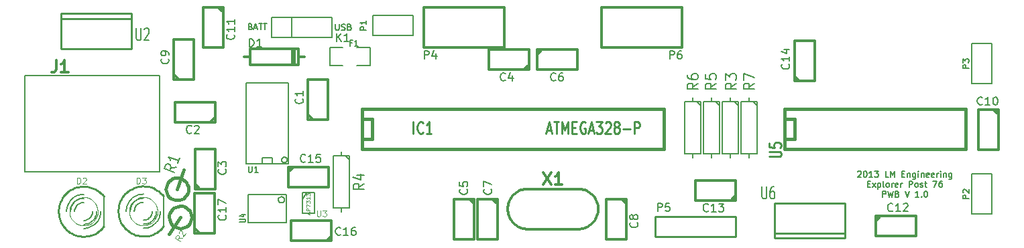
<source format=gto>
G04 (created by PCBNEW-RS274X (2012-01-19 BZR 3256)-stable) date 11/11/2013 9:04:22 PM*
G01*
G70*
G90*
%MOIN*%
G04 Gerber Fmt 3.4, Leading zero omitted, Abs format*
%FSLAX34Y34*%
G04 APERTURE LIST*
%ADD10C,0.006000*%
%ADD11C,0.007500*%
%ADD12C,0.008000*%
%ADD13C,0.005000*%
%ADD14C,0.003000*%
%ADD15C,0.010000*%
%ADD16C,0.012500*%
%ADD17C,0.015000*%
%ADD18C,0.012000*%
%ADD19C,0.006300*%
%ADD20C,0.003500*%
%ADD21C,0.011300*%
%ADD22C,0.002000*%
G04 APERTURE END LIST*
G54D10*
G54D11*
X46164Y-36154D02*
X46207Y-36169D01*
X46222Y-36183D01*
X46236Y-36211D01*
X46236Y-36254D01*
X46222Y-36283D01*
X46207Y-36297D01*
X46179Y-36311D01*
X46064Y-36311D01*
X46064Y-36011D01*
X46164Y-36011D01*
X46193Y-36026D01*
X46207Y-36040D01*
X46222Y-36069D01*
X46222Y-36097D01*
X46207Y-36126D01*
X46193Y-36140D01*
X46164Y-36154D01*
X46064Y-36154D01*
X46350Y-36226D02*
X46493Y-36226D01*
X46322Y-36311D02*
X46422Y-36011D01*
X46522Y-36311D01*
X46579Y-36011D02*
X46750Y-36011D01*
X46664Y-36311D02*
X46664Y-36011D01*
X46808Y-36011D02*
X46979Y-36011D01*
X46893Y-36311D02*
X46893Y-36011D01*
X50391Y-36031D02*
X50391Y-36274D01*
X50406Y-36303D01*
X50420Y-36317D01*
X50449Y-36331D01*
X50506Y-36331D01*
X50534Y-36317D01*
X50549Y-36303D01*
X50563Y-36274D01*
X50563Y-36031D01*
X50691Y-36317D02*
X50734Y-36331D01*
X50805Y-36331D01*
X50834Y-36317D01*
X50848Y-36303D01*
X50863Y-36274D01*
X50863Y-36246D01*
X50848Y-36217D01*
X50834Y-36203D01*
X50805Y-36189D01*
X50748Y-36174D01*
X50720Y-36160D01*
X50705Y-36146D01*
X50691Y-36117D01*
X50691Y-36089D01*
X50705Y-36060D01*
X50720Y-36046D01*
X50748Y-36031D01*
X50820Y-36031D01*
X50863Y-36046D01*
X51091Y-36174D02*
X51134Y-36189D01*
X51149Y-36203D01*
X51163Y-36231D01*
X51163Y-36274D01*
X51149Y-36303D01*
X51134Y-36317D01*
X51106Y-36331D01*
X50991Y-36331D01*
X50991Y-36031D01*
X51091Y-36031D01*
X51120Y-36046D01*
X51134Y-36060D01*
X51149Y-36089D01*
X51149Y-36117D01*
X51134Y-36146D01*
X51120Y-36160D01*
X51091Y-36174D01*
X50991Y-36174D01*
X76347Y-43390D02*
X76361Y-43376D01*
X76390Y-43361D01*
X76461Y-43361D01*
X76490Y-43376D01*
X76504Y-43390D01*
X76519Y-43419D01*
X76519Y-43447D01*
X76504Y-43490D01*
X76333Y-43661D01*
X76519Y-43661D01*
X76705Y-43361D02*
X76733Y-43361D01*
X76762Y-43376D01*
X76776Y-43390D01*
X76790Y-43419D01*
X76805Y-43476D01*
X76805Y-43547D01*
X76790Y-43604D01*
X76776Y-43633D01*
X76762Y-43647D01*
X76733Y-43661D01*
X76705Y-43661D01*
X76676Y-43647D01*
X76662Y-43633D01*
X76647Y-43604D01*
X76633Y-43547D01*
X76633Y-43476D01*
X76647Y-43419D01*
X76662Y-43390D01*
X76676Y-43376D01*
X76705Y-43361D01*
X77091Y-43661D02*
X76919Y-43661D01*
X77005Y-43661D02*
X77005Y-43361D01*
X76976Y-43404D01*
X76948Y-43433D01*
X76919Y-43447D01*
X77191Y-43361D02*
X77377Y-43361D01*
X77277Y-43476D01*
X77319Y-43476D01*
X77348Y-43490D01*
X77362Y-43504D01*
X77377Y-43533D01*
X77377Y-43604D01*
X77362Y-43633D01*
X77348Y-43647D01*
X77319Y-43661D01*
X77234Y-43661D01*
X77205Y-43647D01*
X77191Y-43633D01*
X77877Y-43661D02*
X77734Y-43661D01*
X77734Y-43361D01*
X77977Y-43661D02*
X77977Y-43361D01*
X78077Y-43576D01*
X78177Y-43361D01*
X78177Y-43661D01*
X78549Y-43504D02*
X78649Y-43504D01*
X78692Y-43661D02*
X78549Y-43661D01*
X78549Y-43361D01*
X78692Y-43361D01*
X78820Y-43461D02*
X78820Y-43661D01*
X78820Y-43490D02*
X78835Y-43476D01*
X78863Y-43461D01*
X78906Y-43461D01*
X78935Y-43476D01*
X78949Y-43504D01*
X78949Y-43661D01*
X79220Y-43461D02*
X79220Y-43704D01*
X79206Y-43733D01*
X79191Y-43747D01*
X79163Y-43761D01*
X79120Y-43761D01*
X79091Y-43747D01*
X79220Y-43647D02*
X79191Y-43661D01*
X79134Y-43661D01*
X79106Y-43647D01*
X79091Y-43633D01*
X79077Y-43604D01*
X79077Y-43519D01*
X79091Y-43490D01*
X79106Y-43476D01*
X79134Y-43461D01*
X79191Y-43461D01*
X79220Y-43476D01*
X79362Y-43661D02*
X79362Y-43461D01*
X79362Y-43361D02*
X79348Y-43376D01*
X79362Y-43390D01*
X79377Y-43376D01*
X79362Y-43361D01*
X79362Y-43390D01*
X79505Y-43461D02*
X79505Y-43661D01*
X79505Y-43490D02*
X79520Y-43476D01*
X79548Y-43461D01*
X79591Y-43461D01*
X79620Y-43476D01*
X79634Y-43504D01*
X79634Y-43661D01*
X79891Y-43647D02*
X79862Y-43661D01*
X79805Y-43661D01*
X79776Y-43647D01*
X79762Y-43619D01*
X79762Y-43504D01*
X79776Y-43476D01*
X79805Y-43461D01*
X79862Y-43461D01*
X79891Y-43476D01*
X79905Y-43504D01*
X79905Y-43533D01*
X79762Y-43561D01*
X80148Y-43647D02*
X80119Y-43661D01*
X80062Y-43661D01*
X80033Y-43647D01*
X80019Y-43619D01*
X80019Y-43504D01*
X80033Y-43476D01*
X80062Y-43461D01*
X80119Y-43461D01*
X80148Y-43476D01*
X80162Y-43504D01*
X80162Y-43533D01*
X80019Y-43561D01*
X80290Y-43661D02*
X80290Y-43461D01*
X80290Y-43519D02*
X80305Y-43490D01*
X80319Y-43476D01*
X80348Y-43461D01*
X80376Y-43461D01*
X80476Y-43661D02*
X80476Y-43461D01*
X80476Y-43361D02*
X80462Y-43376D01*
X80476Y-43390D01*
X80491Y-43376D01*
X80476Y-43361D01*
X80476Y-43390D01*
X80619Y-43461D02*
X80619Y-43661D01*
X80619Y-43490D02*
X80634Y-43476D01*
X80662Y-43461D01*
X80705Y-43461D01*
X80734Y-43476D01*
X80748Y-43504D01*
X80748Y-43661D01*
X81019Y-43461D02*
X81019Y-43704D01*
X81005Y-43733D01*
X80990Y-43747D01*
X80962Y-43761D01*
X80919Y-43761D01*
X80890Y-43747D01*
X81019Y-43647D02*
X80990Y-43661D01*
X80933Y-43661D01*
X80905Y-43647D01*
X80890Y-43633D01*
X80876Y-43604D01*
X80876Y-43519D01*
X80890Y-43490D01*
X80905Y-43476D01*
X80933Y-43461D01*
X80990Y-43461D01*
X81019Y-43476D01*
X76833Y-43999D02*
X76933Y-43999D01*
X76976Y-44156D02*
X76833Y-44156D01*
X76833Y-43856D01*
X76976Y-43856D01*
X77076Y-44156D02*
X77233Y-43956D01*
X77076Y-43956D02*
X77233Y-44156D01*
X77347Y-43956D02*
X77347Y-44256D01*
X77347Y-43971D02*
X77376Y-43956D01*
X77433Y-43956D01*
X77462Y-43971D01*
X77476Y-43985D01*
X77490Y-44014D01*
X77490Y-44099D01*
X77476Y-44128D01*
X77462Y-44142D01*
X77433Y-44156D01*
X77376Y-44156D01*
X77347Y-44142D01*
X77661Y-44156D02*
X77633Y-44142D01*
X77618Y-44114D01*
X77618Y-43856D01*
X77818Y-44156D02*
X77790Y-44142D01*
X77775Y-44128D01*
X77761Y-44099D01*
X77761Y-44014D01*
X77775Y-43985D01*
X77790Y-43971D01*
X77818Y-43956D01*
X77861Y-43956D01*
X77890Y-43971D01*
X77904Y-43985D01*
X77918Y-44014D01*
X77918Y-44099D01*
X77904Y-44128D01*
X77890Y-44142D01*
X77861Y-44156D01*
X77818Y-44156D01*
X78046Y-44156D02*
X78046Y-43956D01*
X78046Y-44014D02*
X78061Y-43985D01*
X78075Y-43971D01*
X78104Y-43956D01*
X78132Y-43956D01*
X78347Y-44142D02*
X78318Y-44156D01*
X78261Y-44156D01*
X78232Y-44142D01*
X78218Y-44114D01*
X78218Y-43999D01*
X78232Y-43971D01*
X78261Y-43956D01*
X78318Y-43956D01*
X78347Y-43971D01*
X78361Y-43999D01*
X78361Y-44028D01*
X78218Y-44056D01*
X78489Y-44156D02*
X78489Y-43956D01*
X78489Y-44014D02*
X78504Y-43985D01*
X78518Y-43971D01*
X78547Y-43956D01*
X78575Y-43956D01*
X78904Y-44156D02*
X78904Y-43856D01*
X79019Y-43856D01*
X79047Y-43871D01*
X79062Y-43885D01*
X79076Y-43914D01*
X79076Y-43956D01*
X79062Y-43985D01*
X79047Y-43999D01*
X79019Y-44014D01*
X78904Y-44014D01*
X79247Y-44156D02*
X79219Y-44142D01*
X79204Y-44128D01*
X79190Y-44099D01*
X79190Y-44014D01*
X79204Y-43985D01*
X79219Y-43971D01*
X79247Y-43956D01*
X79290Y-43956D01*
X79319Y-43971D01*
X79333Y-43985D01*
X79347Y-44014D01*
X79347Y-44099D01*
X79333Y-44128D01*
X79319Y-44142D01*
X79290Y-44156D01*
X79247Y-44156D01*
X79461Y-44142D02*
X79490Y-44156D01*
X79547Y-44156D01*
X79575Y-44142D01*
X79590Y-44114D01*
X79590Y-44099D01*
X79575Y-44071D01*
X79547Y-44056D01*
X79504Y-44056D01*
X79475Y-44042D01*
X79461Y-44014D01*
X79461Y-43999D01*
X79475Y-43971D01*
X79504Y-43956D01*
X79547Y-43956D01*
X79575Y-43971D01*
X79676Y-43956D02*
X79790Y-43956D01*
X79718Y-43856D02*
X79718Y-44114D01*
X79733Y-44142D01*
X79761Y-44156D01*
X79790Y-44156D01*
X80090Y-43856D02*
X80290Y-43856D01*
X80161Y-44156D01*
X80533Y-43856D02*
X80476Y-43856D01*
X80447Y-43871D01*
X80433Y-43885D01*
X80404Y-43928D01*
X80390Y-43985D01*
X80390Y-44099D01*
X80404Y-44128D01*
X80419Y-44142D01*
X80447Y-44156D01*
X80504Y-44156D01*
X80533Y-44142D01*
X80547Y-44128D01*
X80562Y-44099D01*
X80562Y-44028D01*
X80547Y-43999D01*
X80533Y-43985D01*
X80504Y-43971D01*
X80447Y-43971D01*
X80419Y-43985D01*
X80404Y-43999D01*
X80390Y-44028D01*
X77575Y-44651D02*
X77575Y-44351D01*
X77690Y-44351D01*
X77718Y-44366D01*
X77733Y-44380D01*
X77747Y-44409D01*
X77747Y-44451D01*
X77733Y-44480D01*
X77718Y-44494D01*
X77690Y-44509D01*
X77575Y-44509D01*
X77847Y-44351D02*
X77918Y-44651D01*
X77975Y-44437D01*
X78033Y-44651D01*
X78104Y-44351D01*
X78318Y-44494D02*
X78361Y-44509D01*
X78376Y-44523D01*
X78390Y-44551D01*
X78390Y-44594D01*
X78376Y-44623D01*
X78361Y-44637D01*
X78333Y-44651D01*
X78218Y-44651D01*
X78218Y-44351D01*
X78318Y-44351D01*
X78347Y-44366D01*
X78361Y-44380D01*
X78376Y-44409D01*
X78376Y-44437D01*
X78361Y-44466D01*
X78347Y-44480D01*
X78318Y-44494D01*
X78218Y-44494D01*
X78705Y-44351D02*
X78805Y-44651D01*
X78905Y-44351D01*
X79391Y-44651D02*
X79219Y-44651D01*
X79305Y-44651D02*
X79305Y-44351D01*
X79276Y-44394D01*
X79248Y-44423D01*
X79219Y-44437D01*
X79519Y-44623D02*
X79534Y-44637D01*
X79519Y-44651D01*
X79505Y-44637D01*
X79519Y-44623D01*
X79519Y-44651D01*
X79720Y-44351D02*
X79748Y-44351D01*
X79777Y-44366D01*
X79791Y-44380D01*
X79805Y-44409D01*
X79820Y-44466D01*
X79820Y-44537D01*
X79805Y-44594D01*
X79791Y-44623D01*
X79777Y-44637D01*
X79748Y-44651D01*
X79720Y-44651D01*
X79691Y-44637D01*
X79677Y-44623D01*
X79662Y-44594D01*
X79648Y-44537D01*
X79648Y-44466D01*
X79662Y-44409D01*
X79677Y-44380D01*
X79691Y-44366D01*
X79720Y-44351D01*
G54D12*
X47950Y-45940D02*
X46050Y-45940D01*
X46050Y-45940D02*
X46050Y-44540D01*
X46050Y-44540D02*
X47950Y-44540D01*
X47950Y-44540D02*
X47950Y-45940D01*
X47850Y-44790D02*
X47847Y-44819D01*
X47838Y-44847D01*
X47824Y-44873D01*
X47806Y-44895D01*
X47783Y-44914D01*
X47758Y-44928D01*
X47730Y-44936D01*
X47701Y-44939D01*
X47672Y-44937D01*
X47644Y-44929D01*
X47618Y-44915D01*
X47596Y-44897D01*
X47577Y-44874D01*
X47563Y-44849D01*
X47554Y-44821D01*
X47551Y-44792D01*
X47553Y-44763D01*
X47561Y-44735D01*
X47574Y-44709D01*
X47593Y-44686D01*
X47615Y-44667D01*
X47640Y-44653D01*
X47668Y-44644D01*
X47697Y-44641D01*
X47726Y-44643D01*
X47754Y-44651D01*
X47780Y-44664D01*
X47803Y-44682D01*
X47822Y-44704D01*
X47837Y-44729D01*
X47846Y-44757D01*
X47849Y-44786D01*
X47850Y-44790D01*
G54D13*
X47991Y-42800D02*
X47988Y-42827D01*
X47980Y-42853D01*
X47967Y-42878D01*
X47950Y-42899D01*
X47928Y-42916D01*
X47904Y-42929D01*
X47878Y-42938D01*
X47850Y-42940D01*
X47824Y-42938D01*
X47798Y-42930D01*
X47773Y-42917D01*
X47752Y-42900D01*
X47734Y-42879D01*
X47721Y-42855D01*
X47713Y-42829D01*
X47710Y-42801D01*
X47712Y-42775D01*
X47719Y-42749D01*
X47732Y-42724D01*
X47749Y-42703D01*
X47770Y-42685D01*
X47794Y-42671D01*
X47820Y-42663D01*
X47848Y-42660D01*
X47874Y-42662D01*
X47900Y-42669D01*
X47925Y-42681D01*
X47947Y-42698D01*
X47965Y-42719D01*
X47978Y-42743D01*
X47987Y-42769D01*
X47990Y-42797D01*
X47991Y-42800D01*
X46750Y-43000D02*
X46750Y-42700D01*
X46750Y-42700D02*
X47250Y-42700D01*
X47250Y-42700D02*
X47250Y-43000D01*
X48050Y-38950D02*
X48050Y-43000D01*
X45950Y-43000D02*
X45950Y-38950D01*
X45950Y-43000D02*
X48050Y-43000D01*
X45950Y-38950D02*
X48050Y-38950D01*
X48750Y-44760D02*
X48950Y-44460D01*
X48750Y-45460D02*
X48750Y-44435D01*
X48750Y-44435D02*
X49350Y-44435D01*
X49350Y-44435D02*
X49350Y-45460D01*
X49350Y-45460D02*
X48750Y-45460D01*
X50100Y-37210D02*
X50100Y-38110D01*
X50100Y-38110D02*
X50750Y-38110D01*
X51450Y-37210D02*
X52100Y-37210D01*
X52100Y-37210D02*
X52100Y-38110D01*
X52100Y-38110D02*
X51450Y-38110D01*
X50750Y-37210D02*
X50100Y-37210D01*
G54D12*
X70000Y-39710D02*
X70000Y-39910D01*
X70000Y-42710D02*
X70000Y-42510D01*
X70000Y-42510D02*
X70400Y-42510D01*
X70400Y-42510D02*
X70400Y-39910D01*
X70400Y-39910D02*
X69600Y-39910D01*
X69600Y-39910D02*
X69600Y-42510D01*
X69600Y-42510D02*
X70000Y-42510D01*
X70200Y-39910D02*
X70400Y-40110D01*
X50690Y-42400D02*
X50690Y-42600D01*
X50690Y-45400D02*
X50690Y-45200D01*
X50690Y-45200D02*
X51090Y-45200D01*
X51090Y-45200D02*
X51090Y-42600D01*
X51090Y-42600D02*
X50290Y-42600D01*
X50290Y-42600D02*
X50290Y-45200D01*
X50290Y-45200D02*
X50690Y-45200D01*
X50890Y-42600D02*
X51090Y-42800D01*
X69070Y-39710D02*
X69070Y-39910D01*
X69070Y-42710D02*
X69070Y-42510D01*
X69070Y-42510D02*
X69470Y-42510D01*
X69470Y-42510D02*
X69470Y-39910D01*
X69470Y-39910D02*
X68670Y-39910D01*
X68670Y-39910D02*
X68670Y-42510D01*
X68670Y-42510D02*
X69070Y-42510D01*
X69270Y-39910D02*
X69470Y-40110D01*
X68140Y-39710D02*
X68140Y-39910D01*
X68140Y-42710D02*
X68140Y-42510D01*
X68140Y-42510D02*
X68540Y-42510D01*
X68540Y-42510D02*
X68540Y-39910D01*
X68540Y-39910D02*
X67740Y-39910D01*
X67740Y-39910D02*
X67740Y-42510D01*
X67740Y-42510D02*
X68140Y-42510D01*
X68340Y-39910D02*
X68540Y-40110D01*
X70950Y-39710D02*
X70950Y-39910D01*
X70950Y-42710D02*
X70950Y-42510D01*
X70950Y-42510D02*
X71350Y-42510D01*
X71350Y-42510D02*
X71350Y-39910D01*
X71350Y-39910D02*
X70550Y-39910D01*
X70550Y-39910D02*
X70550Y-42510D01*
X70550Y-42510D02*
X70950Y-42510D01*
X71150Y-39910D02*
X71350Y-40110D01*
G54D10*
X47220Y-36700D02*
X47220Y-35700D01*
X47220Y-35700D02*
X50220Y-35700D01*
X50220Y-35700D02*
X50220Y-36700D01*
X50220Y-36700D02*
X47220Y-36700D01*
X48220Y-35700D02*
X48220Y-36700D01*
X83000Y-39000D02*
X82000Y-39000D01*
X82000Y-39000D02*
X82000Y-37000D01*
X82000Y-37000D02*
X83000Y-37000D01*
X83000Y-37000D02*
X83000Y-39000D01*
X83000Y-45500D02*
X82000Y-45500D01*
X82000Y-45500D02*
X82000Y-43500D01*
X82000Y-43500D02*
X83000Y-43500D01*
X83000Y-43500D02*
X83000Y-45500D01*
X52230Y-36580D02*
X52230Y-35580D01*
X52230Y-35580D02*
X54230Y-35580D01*
X54230Y-35580D02*
X54230Y-36580D01*
X54230Y-36580D02*
X52230Y-36580D01*
G54D12*
X41860Y-46110D02*
X41860Y-44610D01*
G54D14*
X41547Y-45360D02*
X41533Y-45497D01*
X41493Y-45629D01*
X41428Y-45751D01*
X41341Y-45858D01*
X41235Y-45946D01*
X41113Y-46011D01*
X40982Y-46052D01*
X40844Y-46066D01*
X40708Y-46054D01*
X40576Y-46015D01*
X40453Y-45951D01*
X40346Y-45865D01*
X40257Y-45759D01*
X40191Y-45638D01*
X40149Y-45506D01*
X40134Y-45369D01*
X40145Y-45233D01*
X40183Y-45100D01*
X40246Y-44978D01*
X40332Y-44869D01*
X40437Y-44780D01*
X40557Y-44713D01*
X40689Y-44670D01*
X40826Y-44654D01*
X40962Y-44664D01*
X41095Y-44701D01*
X41218Y-44764D01*
X41327Y-44849D01*
X41417Y-44953D01*
X41485Y-45073D01*
X41529Y-45204D01*
X41546Y-45341D01*
X41547Y-45360D01*
G54D15*
X41839Y-44610D02*
X41770Y-44526D01*
X41694Y-44448D01*
X41611Y-44377D01*
X41522Y-44313D01*
X41428Y-44258D01*
X41330Y-44211D01*
X41228Y-44172D01*
X41123Y-44143D01*
X41016Y-44123D01*
X40907Y-44112D01*
X40799Y-44111D01*
X40690Y-44120D01*
X40583Y-44137D01*
X40477Y-44164D01*
X40374Y-44201D01*
X40275Y-44246D01*
X40180Y-44299D01*
X40090Y-44361D01*
X40006Y-44430D01*
X39928Y-44506D01*
X39857Y-44589D01*
X39793Y-44678D01*
X39738Y-44772D01*
X39691Y-44870D01*
X39652Y-44972D01*
X39623Y-45077D01*
X39603Y-45184D01*
X39592Y-45293D01*
X39591Y-45401D01*
X39600Y-45510D01*
X39617Y-45617D01*
X39644Y-45723D01*
X39681Y-45826D01*
X39726Y-45925D01*
X39779Y-46020D01*
X39841Y-46110D01*
X39910Y-46194D01*
X39986Y-46272D01*
X40069Y-46343D01*
X40158Y-46407D01*
X40252Y-46462D01*
X40350Y-46509D01*
X40452Y-46548D01*
X40557Y-46577D01*
X40664Y-46597D01*
X40773Y-46608D01*
X40881Y-46609D01*
X40990Y-46600D01*
X41097Y-46583D01*
X41203Y-46556D01*
X41306Y-46519D01*
X41405Y-46474D01*
X41500Y-46421D01*
X41590Y-46359D01*
X41674Y-46290D01*
X41752Y-46214D01*
X41823Y-46131D01*
X41839Y-46110D01*
G54D10*
X40840Y-44910D02*
X40801Y-44912D01*
X40762Y-44917D01*
X40724Y-44926D01*
X40687Y-44938D01*
X40650Y-44953D01*
X40616Y-44971D01*
X40582Y-44992D01*
X40551Y-45016D01*
X40522Y-45042D01*
X40496Y-45071D01*
X40472Y-45102D01*
X40451Y-45136D01*
X40433Y-45170D01*
X40418Y-45207D01*
X40406Y-45244D01*
X40397Y-45282D01*
X40392Y-45321D01*
X40390Y-45360D01*
X40840Y-45810D02*
X40879Y-45808D01*
X40918Y-45803D01*
X40956Y-45794D01*
X40993Y-45782D01*
X41030Y-45767D01*
X41065Y-45749D01*
X41098Y-45728D01*
X41129Y-45704D01*
X41158Y-45678D01*
X41184Y-45649D01*
X41208Y-45618D01*
X41229Y-45584D01*
X41247Y-45550D01*
X41262Y-45513D01*
X41274Y-45476D01*
X41283Y-45438D01*
X41288Y-45399D01*
X41290Y-45360D01*
X40840Y-44710D02*
X40784Y-44713D01*
X40728Y-44720D01*
X40672Y-44733D01*
X40618Y-44750D01*
X40566Y-44771D01*
X40516Y-44798D01*
X40468Y-44828D01*
X40423Y-44863D01*
X40381Y-44901D01*
X40343Y-44943D01*
X40308Y-44988D01*
X40278Y-45036D01*
X40251Y-45086D01*
X40230Y-45138D01*
X40213Y-45192D01*
X40200Y-45248D01*
X40193Y-45304D01*
X40190Y-45360D01*
X40840Y-46010D02*
X40896Y-46007D01*
X40952Y-46000D01*
X41008Y-45987D01*
X41062Y-45970D01*
X41114Y-45949D01*
X41165Y-45922D01*
X41212Y-45892D01*
X41257Y-45857D01*
X41299Y-45819D01*
X41337Y-45777D01*
X41372Y-45732D01*
X41402Y-45684D01*
X41429Y-45634D01*
X41450Y-45582D01*
X41467Y-45528D01*
X41480Y-45472D01*
X41487Y-45416D01*
X41490Y-45360D01*
X40840Y-44510D02*
X40766Y-44514D01*
X40693Y-44523D01*
X40621Y-44539D01*
X40550Y-44562D01*
X40481Y-44590D01*
X40416Y-44624D01*
X40353Y-44664D01*
X40294Y-44709D01*
X40239Y-44759D01*
X40189Y-44814D01*
X40144Y-44873D01*
X40104Y-44936D01*
X40070Y-45001D01*
X40042Y-45070D01*
X40019Y-45141D01*
X40003Y-45213D01*
X39994Y-45286D01*
X39990Y-45360D01*
X40840Y-46210D02*
X40914Y-46206D01*
X40987Y-46197D01*
X41059Y-46181D01*
X41130Y-46158D01*
X41199Y-46130D01*
X41265Y-46096D01*
X41327Y-46056D01*
X41386Y-46011D01*
X41441Y-45961D01*
X41491Y-45906D01*
X41536Y-45847D01*
X41576Y-45784D01*
X41610Y-45719D01*
X41638Y-45650D01*
X41661Y-45579D01*
X41677Y-45507D01*
X41686Y-45434D01*
X41690Y-45360D01*
G54D12*
X38890Y-46120D02*
X38890Y-44620D01*
G54D14*
X38577Y-45370D02*
X38563Y-45507D01*
X38523Y-45639D01*
X38458Y-45761D01*
X38371Y-45868D01*
X38265Y-45956D01*
X38143Y-46021D01*
X38012Y-46062D01*
X37874Y-46076D01*
X37738Y-46064D01*
X37606Y-46025D01*
X37483Y-45961D01*
X37376Y-45875D01*
X37287Y-45769D01*
X37221Y-45648D01*
X37179Y-45516D01*
X37164Y-45379D01*
X37175Y-45243D01*
X37213Y-45110D01*
X37276Y-44988D01*
X37362Y-44879D01*
X37467Y-44790D01*
X37587Y-44723D01*
X37719Y-44680D01*
X37856Y-44664D01*
X37992Y-44674D01*
X38125Y-44711D01*
X38248Y-44774D01*
X38357Y-44859D01*
X38447Y-44963D01*
X38515Y-45083D01*
X38559Y-45214D01*
X38576Y-45351D01*
X38577Y-45370D01*
G54D15*
X38869Y-44620D02*
X38800Y-44536D01*
X38724Y-44458D01*
X38641Y-44387D01*
X38552Y-44323D01*
X38458Y-44268D01*
X38360Y-44221D01*
X38258Y-44182D01*
X38153Y-44153D01*
X38046Y-44133D01*
X37937Y-44122D01*
X37829Y-44121D01*
X37720Y-44130D01*
X37613Y-44147D01*
X37507Y-44174D01*
X37404Y-44211D01*
X37305Y-44256D01*
X37210Y-44309D01*
X37120Y-44371D01*
X37036Y-44440D01*
X36958Y-44516D01*
X36887Y-44599D01*
X36823Y-44688D01*
X36768Y-44782D01*
X36721Y-44880D01*
X36682Y-44982D01*
X36653Y-45087D01*
X36633Y-45194D01*
X36622Y-45303D01*
X36621Y-45411D01*
X36630Y-45520D01*
X36647Y-45627D01*
X36674Y-45733D01*
X36711Y-45836D01*
X36756Y-45935D01*
X36809Y-46030D01*
X36871Y-46120D01*
X36940Y-46204D01*
X37016Y-46282D01*
X37099Y-46353D01*
X37188Y-46417D01*
X37282Y-46472D01*
X37380Y-46519D01*
X37482Y-46558D01*
X37587Y-46587D01*
X37694Y-46607D01*
X37803Y-46618D01*
X37911Y-46619D01*
X38020Y-46610D01*
X38127Y-46593D01*
X38233Y-46566D01*
X38336Y-46529D01*
X38435Y-46484D01*
X38530Y-46431D01*
X38620Y-46369D01*
X38704Y-46300D01*
X38782Y-46224D01*
X38853Y-46141D01*
X38869Y-46120D01*
G54D10*
X37870Y-44920D02*
X37831Y-44922D01*
X37792Y-44927D01*
X37754Y-44936D01*
X37717Y-44948D01*
X37680Y-44963D01*
X37646Y-44981D01*
X37612Y-45002D01*
X37581Y-45026D01*
X37552Y-45052D01*
X37526Y-45081D01*
X37502Y-45112D01*
X37481Y-45146D01*
X37463Y-45180D01*
X37448Y-45217D01*
X37436Y-45254D01*
X37427Y-45292D01*
X37422Y-45331D01*
X37420Y-45370D01*
X37870Y-45820D02*
X37909Y-45818D01*
X37948Y-45813D01*
X37986Y-45804D01*
X38023Y-45792D01*
X38060Y-45777D01*
X38095Y-45759D01*
X38128Y-45738D01*
X38159Y-45714D01*
X38188Y-45688D01*
X38214Y-45659D01*
X38238Y-45628D01*
X38259Y-45594D01*
X38277Y-45560D01*
X38292Y-45523D01*
X38304Y-45486D01*
X38313Y-45448D01*
X38318Y-45409D01*
X38320Y-45370D01*
X37870Y-44720D02*
X37814Y-44723D01*
X37758Y-44730D01*
X37702Y-44743D01*
X37648Y-44760D01*
X37596Y-44781D01*
X37546Y-44808D01*
X37498Y-44838D01*
X37453Y-44873D01*
X37411Y-44911D01*
X37373Y-44953D01*
X37338Y-44998D01*
X37308Y-45046D01*
X37281Y-45096D01*
X37260Y-45148D01*
X37243Y-45202D01*
X37230Y-45258D01*
X37223Y-45314D01*
X37220Y-45370D01*
X37870Y-46020D02*
X37926Y-46017D01*
X37982Y-46010D01*
X38038Y-45997D01*
X38092Y-45980D01*
X38144Y-45959D01*
X38195Y-45932D01*
X38242Y-45902D01*
X38287Y-45867D01*
X38329Y-45829D01*
X38367Y-45787D01*
X38402Y-45742D01*
X38432Y-45694D01*
X38459Y-45644D01*
X38480Y-45592D01*
X38497Y-45538D01*
X38510Y-45482D01*
X38517Y-45426D01*
X38520Y-45370D01*
X37870Y-44520D02*
X37796Y-44524D01*
X37723Y-44533D01*
X37651Y-44549D01*
X37580Y-44572D01*
X37511Y-44600D01*
X37446Y-44634D01*
X37383Y-44674D01*
X37324Y-44719D01*
X37269Y-44769D01*
X37219Y-44824D01*
X37174Y-44883D01*
X37134Y-44946D01*
X37100Y-45011D01*
X37072Y-45080D01*
X37049Y-45151D01*
X37033Y-45223D01*
X37024Y-45296D01*
X37020Y-45370D01*
X37870Y-46220D02*
X37944Y-46216D01*
X38017Y-46207D01*
X38089Y-46191D01*
X38160Y-46168D01*
X38229Y-46140D01*
X38295Y-46106D01*
X38357Y-46066D01*
X38416Y-46021D01*
X38471Y-45971D01*
X38521Y-45916D01*
X38566Y-45857D01*
X38606Y-45794D01*
X38640Y-45729D01*
X38668Y-45660D01*
X38691Y-45589D01*
X38707Y-45517D01*
X38716Y-45444D01*
X38720Y-45370D01*
G54D16*
X62450Y-44250D02*
X59950Y-44250D01*
X62450Y-46250D02*
X59950Y-46250D01*
X58950Y-45250D02*
X58954Y-45337D01*
X58966Y-45423D01*
X58985Y-45508D01*
X59011Y-45592D01*
X59044Y-45672D01*
X59084Y-45749D01*
X59131Y-45823D01*
X59184Y-45892D01*
X59243Y-45957D01*
X59308Y-46016D01*
X59377Y-46069D01*
X59451Y-46116D01*
X59528Y-46156D01*
X59608Y-46189D01*
X59692Y-46215D01*
X59777Y-46234D01*
X59863Y-46246D01*
X59950Y-46250D01*
X59950Y-44250D02*
X59863Y-44254D01*
X59777Y-44266D01*
X59692Y-44285D01*
X59608Y-44311D01*
X59528Y-44344D01*
X59451Y-44384D01*
X59377Y-44431D01*
X59308Y-44484D01*
X59243Y-44543D01*
X59184Y-44608D01*
X59131Y-44677D01*
X59084Y-44751D01*
X59044Y-44828D01*
X59011Y-44908D01*
X58985Y-44992D01*
X58966Y-45077D01*
X58954Y-45163D01*
X58950Y-45250D01*
X62450Y-46250D02*
X62537Y-46246D01*
X62623Y-46234D01*
X62708Y-46215D01*
X62792Y-46189D01*
X62872Y-46156D01*
X62950Y-46116D01*
X63023Y-46069D01*
X63092Y-46016D01*
X63157Y-45957D01*
X63216Y-45892D01*
X63269Y-45823D01*
X63316Y-45749D01*
X63356Y-45672D01*
X63389Y-45592D01*
X63415Y-45508D01*
X63434Y-45423D01*
X63446Y-45337D01*
X63450Y-45250D01*
X63450Y-45250D02*
X63446Y-45163D01*
X63434Y-45077D01*
X63415Y-44992D01*
X63389Y-44908D01*
X63356Y-44828D01*
X63316Y-44751D01*
X63269Y-44677D01*
X63216Y-44608D01*
X63157Y-44543D01*
X63092Y-44484D01*
X63023Y-44431D01*
X62950Y-44384D01*
X62872Y-44344D01*
X62792Y-44311D01*
X62708Y-44285D01*
X62623Y-44266D01*
X62537Y-44254D01*
X62450Y-44250D01*
G54D17*
X51700Y-40250D02*
X66700Y-40250D01*
X66700Y-40250D02*
X66700Y-42250D01*
X66700Y-42250D02*
X51700Y-42250D01*
X51700Y-42250D02*
X51700Y-40250D01*
X51700Y-40750D02*
X52200Y-40750D01*
X52200Y-40750D02*
X52200Y-41750D01*
X52200Y-41750D02*
X51700Y-41750D01*
X72700Y-40750D02*
X72700Y-40750D01*
X72700Y-40750D02*
X73200Y-40750D01*
X73200Y-40750D02*
X73200Y-41750D01*
X73200Y-41750D02*
X72700Y-41750D01*
X72700Y-40250D02*
X81700Y-40250D01*
X81700Y-40250D02*
X81700Y-42250D01*
X81700Y-42250D02*
X72700Y-42250D01*
X72700Y-42250D02*
X72700Y-40250D01*
G54D18*
X48830Y-37660D02*
X48530Y-37660D01*
X48530Y-37660D02*
X48530Y-37260D01*
X48530Y-37260D02*
X46130Y-37260D01*
X46130Y-37260D02*
X46130Y-37660D01*
X46130Y-37660D02*
X45830Y-37660D01*
X46130Y-37660D02*
X46130Y-38060D01*
X46130Y-38060D02*
X48530Y-38060D01*
X48530Y-38060D02*
X48530Y-37660D01*
X48330Y-37260D02*
X48330Y-38060D01*
X48230Y-38060D02*
X48230Y-37260D01*
X49020Y-40760D02*
X49020Y-38780D01*
X49020Y-38780D02*
X50020Y-38780D01*
X50020Y-38780D02*
X50020Y-40780D01*
X50020Y-40780D02*
X49020Y-40780D01*
X49270Y-40780D02*
X49020Y-40530D01*
X44380Y-40920D02*
X42400Y-40920D01*
X42400Y-40920D02*
X42400Y-39920D01*
X42400Y-39920D02*
X44400Y-39920D01*
X44400Y-39920D02*
X44400Y-40920D01*
X44400Y-40670D02*
X44150Y-40920D01*
X43400Y-44240D02*
X43400Y-42260D01*
X43400Y-42260D02*
X44400Y-42260D01*
X44400Y-42260D02*
X44400Y-44260D01*
X44400Y-44260D02*
X43400Y-44260D01*
X43650Y-44260D02*
X43400Y-44010D01*
X59980Y-38300D02*
X58000Y-38300D01*
X58000Y-38300D02*
X58000Y-37300D01*
X58000Y-37300D02*
X60000Y-37300D01*
X60000Y-37300D02*
X60000Y-38300D01*
X60000Y-38050D02*
X59750Y-38300D01*
X57280Y-44780D02*
X57280Y-46760D01*
X57280Y-46760D02*
X56280Y-46760D01*
X56280Y-46760D02*
X56280Y-44760D01*
X56280Y-44760D02*
X57280Y-44760D01*
X57030Y-44760D02*
X57280Y-45010D01*
X60420Y-37300D02*
X62400Y-37300D01*
X62400Y-37300D02*
X62400Y-38300D01*
X62400Y-38300D02*
X60400Y-38300D01*
X60400Y-38300D02*
X60400Y-37300D01*
X60400Y-37550D02*
X60650Y-37300D01*
X58440Y-44770D02*
X58440Y-46750D01*
X58440Y-46750D02*
X57440Y-46750D01*
X57440Y-46750D02*
X57440Y-44750D01*
X57440Y-44750D02*
X58440Y-44750D01*
X58190Y-44750D02*
X58440Y-45000D01*
X64860Y-44770D02*
X64860Y-46750D01*
X64860Y-46750D02*
X63860Y-46750D01*
X63860Y-46750D02*
X63860Y-44750D01*
X63860Y-44750D02*
X64860Y-44750D01*
X64610Y-44750D02*
X64860Y-45000D01*
X42350Y-38770D02*
X42350Y-36790D01*
X42350Y-36790D02*
X43350Y-36790D01*
X43350Y-36790D02*
X43350Y-38790D01*
X43350Y-38790D02*
X42350Y-38790D01*
X42600Y-38790D02*
X42350Y-38540D01*
X44810Y-35210D02*
X44810Y-37190D01*
X44810Y-37190D02*
X43810Y-37190D01*
X43810Y-37190D02*
X43810Y-35190D01*
X43810Y-35190D02*
X44810Y-35190D01*
X44560Y-35190D02*
X44810Y-35440D01*
X73200Y-38850D02*
X73200Y-36870D01*
X73200Y-36870D02*
X74200Y-36870D01*
X74200Y-36870D02*
X74200Y-38870D01*
X74200Y-38870D02*
X73200Y-38870D01*
X73450Y-38870D02*
X73200Y-38620D01*
X48070Y-43160D02*
X50050Y-43160D01*
X50050Y-43160D02*
X50050Y-44160D01*
X50050Y-44160D02*
X48050Y-44160D01*
X48050Y-44160D02*
X48050Y-43160D01*
X48050Y-43410D02*
X48300Y-43160D01*
X50170Y-46840D02*
X48190Y-46840D01*
X48190Y-46840D02*
X48190Y-45840D01*
X48190Y-45840D02*
X50190Y-45840D01*
X50190Y-45840D02*
X50190Y-46840D01*
X50190Y-46590D02*
X49940Y-46840D01*
X43390Y-46430D02*
X43390Y-44450D01*
X43390Y-44450D02*
X44390Y-44450D01*
X44390Y-44450D02*
X44390Y-46450D01*
X44390Y-46450D02*
X43390Y-46450D01*
X43640Y-46450D02*
X43390Y-46200D01*
G54D15*
X36750Y-35750D02*
X36750Y-35500D01*
X36750Y-35500D02*
X40250Y-35500D01*
X40250Y-35500D02*
X40250Y-35750D01*
X36750Y-37250D02*
X36750Y-35750D01*
X36750Y-35750D02*
X40250Y-35750D01*
X40250Y-35750D02*
X40250Y-37250D01*
X40250Y-37250D02*
X36750Y-37250D01*
G54D17*
X42519Y-44250D02*
X42861Y-43310D01*
X43077Y-44250D02*
X43066Y-44358D01*
X43034Y-44462D01*
X42983Y-44558D01*
X42914Y-44643D01*
X42831Y-44712D01*
X42735Y-44764D01*
X42631Y-44796D01*
X42522Y-44807D01*
X42415Y-44798D01*
X42310Y-44767D01*
X42214Y-44716D01*
X42129Y-44648D01*
X42059Y-44565D01*
X42007Y-44469D01*
X41974Y-44366D01*
X41962Y-44257D01*
X41971Y-44150D01*
X42001Y-44045D01*
X42050Y-43948D01*
X42118Y-43863D01*
X42201Y-43792D01*
X42296Y-43739D01*
X42400Y-43706D01*
X42508Y-43693D01*
X42615Y-43701D01*
X42720Y-43730D01*
X42817Y-43779D01*
X42903Y-43846D01*
X42974Y-43929D01*
X43028Y-44024D01*
X43063Y-44127D01*
X43076Y-44235D01*
X43077Y-44250D01*
X42677Y-45660D02*
X42103Y-46480D01*
X43236Y-45660D02*
X43225Y-45768D01*
X43193Y-45873D01*
X43142Y-45969D01*
X43073Y-46053D01*
X42989Y-46123D01*
X42893Y-46175D01*
X42789Y-46207D01*
X42680Y-46218D01*
X42573Y-46209D01*
X42468Y-46178D01*
X42371Y-46127D01*
X42286Y-46059D01*
X42216Y-45975D01*
X42164Y-45880D01*
X42131Y-45776D01*
X42119Y-45667D01*
X42128Y-45560D01*
X42158Y-45455D01*
X42208Y-45358D01*
X42275Y-45272D01*
X42358Y-45201D01*
X42454Y-45148D01*
X42557Y-45115D01*
X42666Y-45102D01*
X42774Y-45110D01*
X42879Y-45139D01*
X42976Y-45189D01*
X43062Y-45256D01*
X43133Y-45338D01*
X43187Y-45433D01*
X43222Y-45537D01*
X43235Y-45645D01*
X43236Y-45660D01*
G54D18*
X83340Y-40310D02*
X83340Y-42290D01*
X83340Y-42290D02*
X82340Y-42290D01*
X82340Y-42290D02*
X82340Y-40290D01*
X82340Y-40290D02*
X83340Y-40290D01*
X83090Y-40290D02*
X83340Y-40540D01*
X54780Y-35180D02*
X58780Y-35180D01*
X58780Y-35180D02*
X58780Y-37180D01*
X58780Y-37180D02*
X54780Y-37180D01*
X54780Y-37180D02*
X54780Y-35180D01*
X63610Y-35180D02*
X67610Y-35180D01*
X67610Y-35180D02*
X67610Y-37180D01*
X67610Y-37180D02*
X63610Y-37180D01*
X63610Y-37180D02*
X63610Y-35180D01*
G54D15*
X66280Y-45620D02*
X70280Y-45620D01*
X66280Y-46620D02*
X70280Y-46620D01*
X70280Y-46620D02*
X70280Y-45620D01*
X66280Y-45620D02*
X66280Y-46620D01*
X75700Y-46450D02*
X75700Y-46700D01*
X75700Y-46700D02*
X72200Y-46700D01*
X72200Y-46700D02*
X72200Y-46450D01*
X75700Y-44950D02*
X75700Y-46450D01*
X75700Y-46450D02*
X72200Y-46450D01*
X72200Y-46450D02*
X72200Y-44950D01*
X72200Y-44950D02*
X75700Y-44950D01*
G54D18*
X77260Y-45610D02*
X79240Y-45610D01*
X79240Y-45610D02*
X79240Y-46610D01*
X79240Y-46610D02*
X77240Y-46610D01*
X77240Y-46610D02*
X77240Y-45610D01*
X77240Y-45860D02*
X77490Y-45610D01*
X70260Y-44820D02*
X68280Y-44820D01*
X68280Y-44820D02*
X68280Y-43820D01*
X68280Y-43820D02*
X70280Y-43820D01*
X70280Y-43820D02*
X70280Y-44820D01*
X70280Y-44570D02*
X70030Y-44820D01*
G54D13*
X34950Y-38600D02*
X34950Y-43400D01*
X34950Y-43400D02*
X41650Y-43400D01*
X41650Y-43400D02*
X41650Y-38600D01*
X41650Y-38600D02*
X34950Y-38600D01*
G54D19*
X45621Y-45890D02*
X45864Y-45890D01*
X45893Y-45879D01*
X45907Y-45867D01*
X45921Y-45843D01*
X45921Y-45795D01*
X45907Y-45771D01*
X45893Y-45760D01*
X45864Y-45748D01*
X45621Y-45748D01*
X45721Y-45521D02*
X45921Y-45521D01*
X45607Y-45581D02*
X45821Y-45640D01*
X45821Y-45486D01*
G54D13*
X46071Y-43121D02*
X46071Y-43364D01*
X46086Y-43393D01*
X46100Y-43407D01*
X46129Y-43421D01*
X46186Y-43421D01*
X46214Y-43407D01*
X46229Y-43393D01*
X46243Y-43364D01*
X46243Y-43121D01*
X46543Y-43421D02*
X46371Y-43421D01*
X46457Y-43421D02*
X46457Y-43121D01*
X46428Y-43164D01*
X46400Y-43193D01*
X46371Y-43207D01*
G54D14*
X49471Y-45321D02*
X49471Y-45564D01*
X49486Y-45593D01*
X49500Y-45607D01*
X49529Y-45621D01*
X49586Y-45621D01*
X49614Y-45607D01*
X49629Y-45593D01*
X49643Y-45564D01*
X49643Y-45321D01*
X49757Y-45321D02*
X49943Y-45321D01*
X49843Y-45436D01*
X49885Y-45436D01*
X49914Y-45450D01*
X49928Y-45464D01*
X49943Y-45493D01*
X49943Y-45564D01*
X49928Y-45593D01*
X49914Y-45607D01*
X49885Y-45621D01*
X49800Y-45621D01*
X49771Y-45607D01*
X49757Y-45593D01*
X49073Y-45506D02*
X49073Y-45413D01*
X49129Y-45525D02*
X48932Y-45460D01*
X49129Y-45394D01*
X49129Y-45328D02*
X48932Y-45328D01*
X48932Y-45253D01*
X48942Y-45234D01*
X48951Y-45225D01*
X48970Y-45216D01*
X48998Y-45216D01*
X49017Y-45225D01*
X49026Y-45234D01*
X49035Y-45253D01*
X49035Y-45328D01*
X48932Y-45150D02*
X48932Y-45019D01*
X49129Y-45103D01*
X48932Y-44962D02*
X48932Y-44840D01*
X49007Y-44906D01*
X49007Y-44877D01*
X49017Y-44859D01*
X49026Y-44849D01*
X49045Y-44840D01*
X49092Y-44840D01*
X49110Y-44849D01*
X49120Y-44859D01*
X49129Y-44877D01*
X49129Y-44934D01*
X49120Y-44952D01*
X49110Y-44962D01*
X49129Y-44652D02*
X49129Y-44764D01*
X49129Y-44708D02*
X48932Y-44708D01*
X48960Y-44727D01*
X48979Y-44746D01*
X48989Y-44764D01*
X48932Y-44586D02*
X48932Y-44464D01*
X49007Y-44530D01*
X49007Y-44501D01*
X49017Y-44483D01*
X49026Y-44473D01*
X49045Y-44464D01*
X49092Y-44464D01*
X49110Y-44473D01*
X49120Y-44483D01*
X49129Y-44501D01*
X49129Y-44558D01*
X49120Y-44576D01*
X49110Y-44586D01*
G54D13*
X51200Y-36964D02*
X51100Y-36964D01*
X51100Y-37121D02*
X51100Y-36821D01*
X51243Y-36821D01*
X51515Y-37121D02*
X51343Y-37121D01*
X51429Y-37121D02*
X51429Y-36821D01*
X51400Y-36864D01*
X51372Y-36893D01*
X51343Y-36907D01*
G54D12*
X70323Y-38983D02*
X70061Y-39150D01*
X70323Y-39269D02*
X69773Y-39269D01*
X69773Y-39078D01*
X69799Y-39031D01*
X69825Y-39007D01*
X69877Y-38983D01*
X69956Y-38983D01*
X70008Y-39007D01*
X70035Y-39031D01*
X70061Y-39078D01*
X70061Y-39269D01*
X69773Y-38817D02*
X69773Y-38507D01*
X69982Y-38674D01*
X69982Y-38602D01*
X70008Y-38555D01*
X70035Y-38531D01*
X70087Y-38507D01*
X70218Y-38507D01*
X70270Y-38531D01*
X70296Y-38555D01*
X70323Y-38602D01*
X70323Y-38745D01*
X70296Y-38793D01*
X70270Y-38817D01*
X51823Y-43983D02*
X51561Y-44150D01*
X51823Y-44269D02*
X51273Y-44269D01*
X51273Y-44078D01*
X51299Y-44031D01*
X51325Y-44007D01*
X51377Y-43983D01*
X51456Y-43983D01*
X51508Y-44007D01*
X51535Y-44031D01*
X51561Y-44078D01*
X51561Y-44269D01*
X51456Y-43555D02*
X51823Y-43555D01*
X51246Y-43674D02*
X51639Y-43793D01*
X51639Y-43483D01*
X69323Y-38983D02*
X69061Y-39150D01*
X69323Y-39269D02*
X68773Y-39269D01*
X68773Y-39078D01*
X68799Y-39031D01*
X68825Y-39007D01*
X68877Y-38983D01*
X68956Y-38983D01*
X69008Y-39007D01*
X69035Y-39031D01*
X69061Y-39078D01*
X69061Y-39269D01*
X68773Y-38531D02*
X68773Y-38769D01*
X69035Y-38793D01*
X69008Y-38769D01*
X68982Y-38721D01*
X68982Y-38602D01*
X69008Y-38555D01*
X69035Y-38531D01*
X69087Y-38507D01*
X69218Y-38507D01*
X69270Y-38531D01*
X69296Y-38555D01*
X69323Y-38602D01*
X69323Y-38721D01*
X69296Y-38769D01*
X69270Y-38793D01*
X68423Y-38983D02*
X68161Y-39150D01*
X68423Y-39269D02*
X67873Y-39269D01*
X67873Y-39078D01*
X67899Y-39031D01*
X67925Y-39007D01*
X67977Y-38983D01*
X68056Y-38983D01*
X68108Y-39007D01*
X68135Y-39031D01*
X68161Y-39078D01*
X68161Y-39269D01*
X67873Y-38555D02*
X67873Y-38650D01*
X67899Y-38698D01*
X67925Y-38721D01*
X68004Y-38769D01*
X68108Y-38793D01*
X68318Y-38793D01*
X68370Y-38769D01*
X68396Y-38745D01*
X68423Y-38698D01*
X68423Y-38602D01*
X68396Y-38555D01*
X68370Y-38531D01*
X68318Y-38507D01*
X68187Y-38507D01*
X68135Y-38531D01*
X68108Y-38555D01*
X68082Y-38602D01*
X68082Y-38698D01*
X68108Y-38745D01*
X68135Y-38769D01*
X68187Y-38793D01*
X71223Y-38983D02*
X70961Y-39150D01*
X71223Y-39269D02*
X70673Y-39269D01*
X70673Y-39078D01*
X70699Y-39031D01*
X70725Y-39007D01*
X70777Y-38983D01*
X70856Y-38983D01*
X70908Y-39007D01*
X70935Y-39031D01*
X70961Y-39078D01*
X70961Y-39269D01*
X70673Y-38817D02*
X70673Y-38483D01*
X71223Y-38698D01*
G54D10*
X50445Y-36892D02*
X50445Y-36492D01*
X50674Y-36892D02*
X50502Y-36663D01*
X50674Y-36492D02*
X50445Y-36720D01*
X51055Y-36892D02*
X50826Y-36892D01*
X50940Y-36892D02*
X50940Y-36492D01*
X50902Y-36549D01*
X50864Y-36587D01*
X50826Y-36606D01*
X81871Y-38222D02*
X81571Y-38222D01*
X81571Y-38107D01*
X81586Y-38079D01*
X81600Y-38064D01*
X81629Y-38050D01*
X81671Y-38050D01*
X81700Y-38064D01*
X81714Y-38079D01*
X81729Y-38107D01*
X81729Y-38222D01*
X81571Y-37950D02*
X81571Y-37764D01*
X81686Y-37864D01*
X81686Y-37822D01*
X81700Y-37793D01*
X81714Y-37779D01*
X81743Y-37764D01*
X81814Y-37764D01*
X81843Y-37779D01*
X81857Y-37793D01*
X81871Y-37822D01*
X81871Y-37907D01*
X81857Y-37936D01*
X81843Y-37950D01*
X81871Y-44722D02*
X81571Y-44722D01*
X81571Y-44607D01*
X81586Y-44579D01*
X81600Y-44564D01*
X81629Y-44550D01*
X81671Y-44550D01*
X81700Y-44564D01*
X81714Y-44579D01*
X81729Y-44607D01*
X81729Y-44722D01*
X81600Y-44436D02*
X81586Y-44422D01*
X81571Y-44393D01*
X81571Y-44322D01*
X81586Y-44293D01*
X81600Y-44279D01*
X81629Y-44264D01*
X81657Y-44264D01*
X81700Y-44279D01*
X81871Y-44450D01*
X81871Y-44264D01*
X51921Y-36322D02*
X51621Y-36322D01*
X51621Y-36207D01*
X51636Y-36179D01*
X51650Y-36164D01*
X51679Y-36150D01*
X51721Y-36150D01*
X51750Y-36164D01*
X51764Y-36179D01*
X51779Y-36207D01*
X51779Y-36322D01*
X51921Y-35864D02*
X51921Y-36036D01*
X51921Y-35950D02*
X51621Y-35950D01*
X51664Y-35979D01*
X51693Y-36007D01*
X51707Y-36036D01*
G54D20*
X40518Y-43981D02*
X40518Y-43681D01*
X40590Y-43681D01*
X40633Y-43696D01*
X40661Y-43724D01*
X40676Y-43753D01*
X40690Y-43810D01*
X40690Y-43853D01*
X40676Y-43910D01*
X40661Y-43939D01*
X40633Y-43967D01*
X40590Y-43981D01*
X40518Y-43981D01*
X40790Y-43681D02*
X40976Y-43681D01*
X40876Y-43796D01*
X40918Y-43796D01*
X40947Y-43810D01*
X40961Y-43824D01*
X40976Y-43853D01*
X40976Y-43924D01*
X40961Y-43953D01*
X40947Y-43967D01*
X40918Y-43981D01*
X40833Y-43981D01*
X40804Y-43967D01*
X40790Y-43953D01*
X37548Y-43991D02*
X37548Y-43691D01*
X37620Y-43691D01*
X37663Y-43706D01*
X37691Y-43734D01*
X37706Y-43763D01*
X37720Y-43820D01*
X37720Y-43863D01*
X37706Y-43920D01*
X37691Y-43949D01*
X37663Y-43977D01*
X37620Y-43991D01*
X37548Y-43991D01*
X37834Y-43720D02*
X37848Y-43706D01*
X37877Y-43691D01*
X37948Y-43691D01*
X37977Y-43706D01*
X37991Y-43720D01*
X38006Y-43749D01*
X38006Y-43777D01*
X37991Y-43820D01*
X37820Y-43991D01*
X38006Y-43991D01*
G54D18*
X60715Y-43443D02*
X61115Y-44043D01*
X61115Y-43443D02*
X60715Y-44043D01*
X61657Y-44043D02*
X61314Y-44043D01*
X61486Y-44043D02*
X61486Y-43443D01*
X61429Y-43529D01*
X61371Y-43586D01*
X61314Y-43614D01*
G54D21*
X54261Y-41493D02*
X54261Y-40893D01*
X54732Y-41436D02*
X54711Y-41464D01*
X54647Y-41493D01*
X54604Y-41493D01*
X54539Y-41464D01*
X54497Y-41407D01*
X54475Y-41350D01*
X54454Y-41236D01*
X54454Y-41150D01*
X54475Y-41036D01*
X54497Y-40979D01*
X54539Y-40921D01*
X54604Y-40893D01*
X54647Y-40893D01*
X54711Y-40921D01*
X54732Y-40950D01*
X55161Y-41493D02*
X54904Y-41493D01*
X55032Y-41493D02*
X55032Y-40893D01*
X54989Y-40979D01*
X54947Y-41036D01*
X54904Y-41064D01*
X60896Y-41321D02*
X61110Y-41321D01*
X60853Y-41493D02*
X61003Y-40893D01*
X61153Y-41493D01*
X61239Y-40893D02*
X61496Y-40893D01*
X61367Y-41493D02*
X61367Y-40893D01*
X61646Y-41493D02*
X61646Y-40893D01*
X61796Y-41321D01*
X61946Y-40893D01*
X61946Y-41493D01*
X62160Y-41179D02*
X62310Y-41179D01*
X62374Y-41493D02*
X62160Y-41493D01*
X62160Y-40893D01*
X62374Y-40893D01*
X62803Y-40921D02*
X62760Y-40893D01*
X62696Y-40893D01*
X62631Y-40921D01*
X62589Y-40979D01*
X62567Y-41036D01*
X62546Y-41150D01*
X62546Y-41236D01*
X62567Y-41350D01*
X62589Y-41407D01*
X62631Y-41464D01*
X62696Y-41493D01*
X62739Y-41493D01*
X62803Y-41464D01*
X62824Y-41436D01*
X62824Y-41236D01*
X62739Y-41236D01*
X62996Y-41321D02*
X63210Y-41321D01*
X62953Y-41493D02*
X63103Y-40893D01*
X63253Y-41493D01*
X63360Y-40893D02*
X63639Y-40893D01*
X63489Y-41121D01*
X63553Y-41121D01*
X63596Y-41150D01*
X63617Y-41179D01*
X63639Y-41236D01*
X63639Y-41379D01*
X63617Y-41436D01*
X63596Y-41464D01*
X63553Y-41493D01*
X63425Y-41493D01*
X63382Y-41464D01*
X63360Y-41436D01*
X63811Y-40950D02*
X63832Y-40921D01*
X63875Y-40893D01*
X63982Y-40893D01*
X64025Y-40921D01*
X64046Y-40950D01*
X64068Y-41007D01*
X64068Y-41064D01*
X64046Y-41150D01*
X63789Y-41493D01*
X64068Y-41493D01*
X64325Y-41150D02*
X64283Y-41121D01*
X64261Y-41093D01*
X64240Y-41036D01*
X64240Y-41007D01*
X64261Y-40950D01*
X64283Y-40921D01*
X64325Y-40893D01*
X64411Y-40893D01*
X64454Y-40921D01*
X64475Y-40950D01*
X64497Y-41007D01*
X64497Y-41036D01*
X64475Y-41093D01*
X64454Y-41121D01*
X64411Y-41150D01*
X64325Y-41150D01*
X64283Y-41179D01*
X64261Y-41207D01*
X64240Y-41264D01*
X64240Y-41379D01*
X64261Y-41436D01*
X64283Y-41464D01*
X64325Y-41493D01*
X64411Y-41493D01*
X64454Y-41464D01*
X64475Y-41436D01*
X64497Y-41379D01*
X64497Y-41264D01*
X64475Y-41207D01*
X64454Y-41179D01*
X64411Y-41150D01*
X64690Y-41264D02*
X65033Y-41264D01*
X65247Y-41493D02*
X65247Y-40893D01*
X65419Y-40893D01*
X65461Y-40921D01*
X65483Y-40950D01*
X65504Y-41007D01*
X65504Y-41093D01*
X65483Y-41150D01*
X65461Y-41179D01*
X65419Y-41207D01*
X65247Y-41207D01*
X71943Y-42643D02*
X72429Y-42643D01*
X72486Y-42621D01*
X72514Y-42600D01*
X72543Y-42557D01*
X72543Y-42471D01*
X72514Y-42429D01*
X72486Y-42407D01*
X72429Y-42386D01*
X71943Y-42386D01*
X71943Y-41958D02*
X71943Y-42172D01*
X72229Y-42193D01*
X72200Y-42172D01*
X72171Y-42129D01*
X72171Y-42022D01*
X72200Y-41979D01*
X72229Y-41958D01*
X72286Y-41936D01*
X72429Y-41936D01*
X72486Y-41958D01*
X72514Y-41979D01*
X72543Y-42022D01*
X72543Y-42129D01*
X72514Y-42172D01*
X72486Y-42193D01*
G54D12*
X46105Y-37162D02*
X46105Y-36762D01*
X46200Y-36762D01*
X46258Y-36781D01*
X46296Y-36819D01*
X46315Y-36857D01*
X46334Y-36933D01*
X46334Y-36990D01*
X46315Y-37067D01*
X46296Y-37105D01*
X46258Y-37143D01*
X46200Y-37162D01*
X46105Y-37162D01*
X46715Y-37162D02*
X46486Y-37162D01*
X46600Y-37162D02*
X46600Y-36762D01*
X46562Y-36819D01*
X46524Y-36857D01*
X46486Y-36876D01*
X48744Y-39746D02*
X48763Y-39765D01*
X48782Y-39822D01*
X48782Y-39860D01*
X48763Y-39918D01*
X48725Y-39956D01*
X48687Y-39975D01*
X48610Y-39994D01*
X48553Y-39994D01*
X48477Y-39975D01*
X48439Y-39956D01*
X48401Y-39918D01*
X48382Y-39860D01*
X48382Y-39822D01*
X48401Y-39765D01*
X48420Y-39746D01*
X48782Y-39365D02*
X48782Y-39594D01*
X48782Y-39480D02*
X48382Y-39480D01*
X48439Y-39518D01*
X48477Y-39556D01*
X48496Y-39594D01*
X43234Y-41444D02*
X43215Y-41463D01*
X43158Y-41482D01*
X43120Y-41482D01*
X43062Y-41463D01*
X43024Y-41425D01*
X43005Y-41387D01*
X42986Y-41310D01*
X42986Y-41253D01*
X43005Y-41177D01*
X43024Y-41139D01*
X43062Y-41101D01*
X43120Y-41082D01*
X43158Y-41082D01*
X43215Y-41101D01*
X43234Y-41120D01*
X43386Y-41120D02*
X43405Y-41101D01*
X43443Y-41082D01*
X43539Y-41082D01*
X43577Y-41101D01*
X43596Y-41120D01*
X43615Y-41158D01*
X43615Y-41196D01*
X43596Y-41253D01*
X43367Y-41482D01*
X43615Y-41482D01*
X44924Y-43266D02*
X44943Y-43285D01*
X44962Y-43342D01*
X44962Y-43380D01*
X44943Y-43438D01*
X44905Y-43476D01*
X44867Y-43495D01*
X44790Y-43514D01*
X44733Y-43514D01*
X44657Y-43495D01*
X44619Y-43476D01*
X44581Y-43438D01*
X44562Y-43380D01*
X44562Y-43342D01*
X44581Y-43285D01*
X44600Y-43266D01*
X44562Y-43133D02*
X44562Y-42885D01*
X44714Y-43019D01*
X44714Y-42961D01*
X44733Y-42923D01*
X44752Y-42904D01*
X44790Y-42885D01*
X44886Y-42885D01*
X44924Y-42904D01*
X44943Y-42923D01*
X44962Y-42961D01*
X44962Y-43076D01*
X44943Y-43114D01*
X44924Y-43133D01*
X58834Y-38824D02*
X58815Y-38843D01*
X58758Y-38862D01*
X58720Y-38862D01*
X58662Y-38843D01*
X58624Y-38805D01*
X58605Y-38767D01*
X58586Y-38690D01*
X58586Y-38633D01*
X58605Y-38557D01*
X58624Y-38519D01*
X58662Y-38481D01*
X58720Y-38462D01*
X58758Y-38462D01*
X58815Y-38481D01*
X58834Y-38500D01*
X59177Y-38595D02*
X59177Y-38862D01*
X59081Y-38443D02*
X58986Y-38729D01*
X59234Y-38729D01*
X56924Y-44266D02*
X56943Y-44285D01*
X56962Y-44342D01*
X56962Y-44380D01*
X56943Y-44438D01*
X56905Y-44476D01*
X56867Y-44495D01*
X56790Y-44514D01*
X56733Y-44514D01*
X56657Y-44495D01*
X56619Y-44476D01*
X56581Y-44438D01*
X56562Y-44380D01*
X56562Y-44342D01*
X56581Y-44285D01*
X56600Y-44266D01*
X56562Y-43904D02*
X56562Y-44095D01*
X56752Y-44114D01*
X56733Y-44095D01*
X56714Y-44057D01*
X56714Y-43961D01*
X56733Y-43923D01*
X56752Y-43904D01*
X56790Y-43885D01*
X56886Y-43885D01*
X56924Y-43904D01*
X56943Y-43923D01*
X56962Y-43961D01*
X56962Y-44057D01*
X56943Y-44095D01*
X56924Y-44114D01*
X61334Y-38824D02*
X61315Y-38843D01*
X61258Y-38862D01*
X61220Y-38862D01*
X61162Y-38843D01*
X61124Y-38805D01*
X61105Y-38767D01*
X61086Y-38690D01*
X61086Y-38633D01*
X61105Y-38557D01*
X61124Y-38519D01*
X61162Y-38481D01*
X61220Y-38462D01*
X61258Y-38462D01*
X61315Y-38481D01*
X61334Y-38500D01*
X61677Y-38462D02*
X61600Y-38462D01*
X61562Y-38481D01*
X61543Y-38500D01*
X61505Y-38557D01*
X61486Y-38633D01*
X61486Y-38786D01*
X61505Y-38824D01*
X61524Y-38843D01*
X61562Y-38862D01*
X61639Y-38862D01*
X61677Y-38843D01*
X61696Y-38824D01*
X61715Y-38786D01*
X61715Y-38690D01*
X61696Y-38652D01*
X61677Y-38633D01*
X61639Y-38614D01*
X61562Y-38614D01*
X61524Y-38633D01*
X61505Y-38652D01*
X61486Y-38690D01*
X58124Y-44266D02*
X58143Y-44285D01*
X58162Y-44342D01*
X58162Y-44380D01*
X58143Y-44438D01*
X58105Y-44476D01*
X58067Y-44495D01*
X57990Y-44514D01*
X57933Y-44514D01*
X57857Y-44495D01*
X57819Y-44476D01*
X57781Y-44438D01*
X57762Y-44380D01*
X57762Y-44342D01*
X57781Y-44285D01*
X57800Y-44266D01*
X57762Y-44133D02*
X57762Y-43866D01*
X58162Y-44038D01*
X65384Y-45916D02*
X65403Y-45935D01*
X65422Y-45992D01*
X65422Y-46030D01*
X65403Y-46088D01*
X65365Y-46126D01*
X65327Y-46145D01*
X65250Y-46164D01*
X65193Y-46164D01*
X65117Y-46145D01*
X65079Y-46126D01*
X65041Y-46088D01*
X65022Y-46030D01*
X65022Y-45992D01*
X65041Y-45935D01*
X65060Y-45916D01*
X65193Y-45688D02*
X65174Y-45726D01*
X65155Y-45745D01*
X65117Y-45764D01*
X65098Y-45764D01*
X65060Y-45745D01*
X65041Y-45726D01*
X65022Y-45688D01*
X65022Y-45611D01*
X65041Y-45573D01*
X65060Y-45554D01*
X65098Y-45535D01*
X65117Y-45535D01*
X65155Y-45554D01*
X65174Y-45573D01*
X65193Y-45611D01*
X65193Y-45688D01*
X65212Y-45726D01*
X65231Y-45745D01*
X65270Y-45764D01*
X65346Y-45764D01*
X65384Y-45745D01*
X65403Y-45726D01*
X65422Y-45688D01*
X65422Y-45611D01*
X65403Y-45573D01*
X65384Y-45554D01*
X65346Y-45535D01*
X65270Y-45535D01*
X65231Y-45554D01*
X65212Y-45573D01*
X65193Y-45611D01*
X42074Y-37756D02*
X42093Y-37775D01*
X42112Y-37832D01*
X42112Y-37870D01*
X42093Y-37928D01*
X42055Y-37966D01*
X42017Y-37985D01*
X41940Y-38004D01*
X41883Y-38004D01*
X41807Y-37985D01*
X41769Y-37966D01*
X41731Y-37928D01*
X41712Y-37870D01*
X41712Y-37832D01*
X41731Y-37775D01*
X41750Y-37756D01*
X42112Y-37566D02*
X42112Y-37490D01*
X42093Y-37451D01*
X42074Y-37432D01*
X42017Y-37394D01*
X41940Y-37375D01*
X41788Y-37375D01*
X41750Y-37394D01*
X41731Y-37413D01*
X41712Y-37451D01*
X41712Y-37528D01*
X41731Y-37566D01*
X41750Y-37585D01*
X41788Y-37604D01*
X41883Y-37604D01*
X41921Y-37585D01*
X41940Y-37566D01*
X41960Y-37528D01*
X41960Y-37451D01*
X41940Y-37413D01*
X41921Y-37394D01*
X41883Y-37375D01*
X45334Y-36547D02*
X45353Y-36566D01*
X45372Y-36623D01*
X45372Y-36661D01*
X45353Y-36719D01*
X45315Y-36757D01*
X45277Y-36776D01*
X45200Y-36795D01*
X45143Y-36795D01*
X45067Y-36776D01*
X45029Y-36757D01*
X44991Y-36719D01*
X44972Y-36661D01*
X44972Y-36623D01*
X44991Y-36566D01*
X45010Y-36547D01*
X45372Y-36166D02*
X45372Y-36395D01*
X45372Y-36281D02*
X44972Y-36281D01*
X45029Y-36319D01*
X45067Y-36357D01*
X45086Y-36395D01*
X45372Y-35785D02*
X45372Y-36014D01*
X45372Y-35900D02*
X44972Y-35900D01*
X45029Y-35938D01*
X45067Y-35976D01*
X45086Y-36014D01*
X72924Y-38027D02*
X72943Y-38046D01*
X72962Y-38103D01*
X72962Y-38141D01*
X72943Y-38199D01*
X72905Y-38237D01*
X72867Y-38256D01*
X72790Y-38275D01*
X72733Y-38275D01*
X72657Y-38256D01*
X72619Y-38237D01*
X72581Y-38199D01*
X72562Y-38141D01*
X72562Y-38103D01*
X72581Y-38046D01*
X72600Y-38027D01*
X72962Y-37646D02*
X72962Y-37875D01*
X72962Y-37761D02*
X72562Y-37761D01*
X72619Y-37799D01*
X72657Y-37837D01*
X72676Y-37875D01*
X72695Y-37303D02*
X72962Y-37303D01*
X72543Y-37399D02*
X72829Y-37494D01*
X72829Y-37246D01*
X48893Y-42884D02*
X48874Y-42903D01*
X48817Y-42922D01*
X48779Y-42922D01*
X48721Y-42903D01*
X48683Y-42865D01*
X48664Y-42827D01*
X48645Y-42750D01*
X48645Y-42693D01*
X48664Y-42617D01*
X48683Y-42579D01*
X48721Y-42541D01*
X48779Y-42522D01*
X48817Y-42522D01*
X48874Y-42541D01*
X48893Y-42560D01*
X49274Y-42922D02*
X49045Y-42922D01*
X49159Y-42922D02*
X49159Y-42522D01*
X49121Y-42579D01*
X49083Y-42617D01*
X49045Y-42636D01*
X49636Y-42522D02*
X49445Y-42522D01*
X49426Y-42712D01*
X49445Y-42693D01*
X49483Y-42674D01*
X49579Y-42674D01*
X49617Y-42693D01*
X49636Y-42712D01*
X49655Y-42750D01*
X49655Y-42846D01*
X49636Y-42884D01*
X49617Y-42903D01*
X49579Y-42922D01*
X49483Y-42922D01*
X49445Y-42903D01*
X49426Y-42884D01*
X50643Y-46524D02*
X50624Y-46543D01*
X50567Y-46562D01*
X50529Y-46562D01*
X50471Y-46543D01*
X50433Y-46505D01*
X50414Y-46467D01*
X50395Y-46390D01*
X50395Y-46333D01*
X50414Y-46257D01*
X50433Y-46219D01*
X50471Y-46181D01*
X50529Y-46162D01*
X50567Y-46162D01*
X50624Y-46181D01*
X50643Y-46200D01*
X51024Y-46562D02*
X50795Y-46562D01*
X50909Y-46562D02*
X50909Y-46162D01*
X50871Y-46219D01*
X50833Y-46257D01*
X50795Y-46276D01*
X51367Y-46162D02*
X51290Y-46162D01*
X51252Y-46181D01*
X51233Y-46200D01*
X51195Y-46257D01*
X51176Y-46333D01*
X51176Y-46486D01*
X51195Y-46524D01*
X51214Y-46543D01*
X51252Y-46562D01*
X51329Y-46562D01*
X51367Y-46543D01*
X51386Y-46524D01*
X51405Y-46486D01*
X51405Y-46390D01*
X51386Y-46352D01*
X51367Y-46333D01*
X51329Y-46314D01*
X51252Y-46314D01*
X51214Y-46333D01*
X51195Y-46352D01*
X51176Y-46390D01*
X44924Y-45557D02*
X44943Y-45576D01*
X44962Y-45633D01*
X44962Y-45671D01*
X44943Y-45729D01*
X44905Y-45767D01*
X44867Y-45786D01*
X44790Y-45805D01*
X44733Y-45805D01*
X44657Y-45786D01*
X44619Y-45767D01*
X44581Y-45729D01*
X44562Y-45671D01*
X44562Y-45633D01*
X44581Y-45576D01*
X44600Y-45557D01*
X44962Y-45176D02*
X44962Y-45405D01*
X44962Y-45291D02*
X44562Y-45291D01*
X44619Y-45329D01*
X44657Y-45367D01*
X44676Y-45405D01*
X44562Y-45043D02*
X44562Y-44776D01*
X44962Y-44948D01*
X40495Y-36243D02*
X40495Y-36729D01*
X40514Y-36786D01*
X40533Y-36814D01*
X40571Y-36843D01*
X40648Y-36843D01*
X40686Y-36814D01*
X40705Y-36786D01*
X40724Y-36729D01*
X40724Y-36243D01*
X40895Y-36300D02*
X40914Y-36271D01*
X40952Y-36243D01*
X41048Y-36243D01*
X41086Y-36271D01*
X41105Y-36300D01*
X41124Y-36357D01*
X41124Y-36414D01*
X41105Y-36500D01*
X40876Y-36843D01*
X41124Y-36843D01*
X42481Y-43154D02*
X42178Y-43222D01*
X42383Y-43423D02*
X41867Y-43235D01*
X41932Y-43055D01*
X41972Y-43020D01*
X42005Y-43006D01*
X42062Y-43002D01*
X42136Y-43029D01*
X42177Y-43069D01*
X42194Y-43101D01*
X42202Y-43154D01*
X42137Y-43333D01*
X42644Y-42707D02*
X42546Y-42976D01*
X42595Y-42841D02*
X42078Y-42653D01*
X42135Y-42725D01*
X42169Y-42787D01*
X42177Y-42841D01*
G54D22*
X42770Y-46710D02*
X42597Y-46711D01*
X42672Y-46851D02*
X42426Y-46679D01*
X42492Y-46585D01*
X42520Y-46571D01*
X42540Y-46566D01*
X42572Y-46572D01*
X42607Y-46596D01*
X42622Y-46624D01*
X42625Y-46644D01*
X42621Y-46676D01*
X42555Y-46770D01*
X42614Y-46462D02*
X42610Y-46442D01*
X42615Y-46410D01*
X42655Y-46352D01*
X42684Y-46336D01*
X42704Y-46333D01*
X42736Y-46337D01*
X42759Y-46353D01*
X42786Y-46390D01*
X42828Y-46628D01*
X42934Y-46476D01*
G54D12*
X82543Y-40024D02*
X82524Y-40043D01*
X82467Y-40062D01*
X82429Y-40062D01*
X82371Y-40043D01*
X82333Y-40005D01*
X82314Y-39967D01*
X82295Y-39890D01*
X82295Y-39833D01*
X82314Y-39757D01*
X82333Y-39719D01*
X82371Y-39681D01*
X82429Y-39662D01*
X82467Y-39662D01*
X82524Y-39681D01*
X82543Y-39700D01*
X82924Y-40062D02*
X82695Y-40062D01*
X82809Y-40062D02*
X82809Y-39662D01*
X82771Y-39719D01*
X82733Y-39757D01*
X82695Y-39776D01*
X83171Y-39662D02*
X83210Y-39662D01*
X83248Y-39681D01*
X83267Y-39700D01*
X83286Y-39738D01*
X83305Y-39814D01*
X83305Y-39910D01*
X83286Y-39986D01*
X83267Y-40024D01*
X83248Y-40043D01*
X83210Y-40062D01*
X83171Y-40062D01*
X83133Y-40043D01*
X83114Y-40024D01*
X83095Y-39986D01*
X83076Y-39910D01*
X83076Y-39814D01*
X83095Y-39738D01*
X83114Y-39700D01*
X83133Y-39681D01*
X83171Y-39662D01*
X54805Y-37762D02*
X54805Y-37362D01*
X54958Y-37362D01*
X54996Y-37381D01*
X55015Y-37400D01*
X55034Y-37438D01*
X55034Y-37495D01*
X55015Y-37533D01*
X54996Y-37552D01*
X54958Y-37571D01*
X54805Y-37571D01*
X55377Y-37495D02*
X55377Y-37762D01*
X55281Y-37343D02*
X55186Y-37629D01*
X55434Y-37629D01*
X67005Y-37762D02*
X67005Y-37362D01*
X67158Y-37362D01*
X67196Y-37381D01*
X67215Y-37400D01*
X67234Y-37438D01*
X67234Y-37495D01*
X67215Y-37533D01*
X67196Y-37552D01*
X67158Y-37571D01*
X67005Y-37571D01*
X67577Y-37362D02*
X67500Y-37362D01*
X67462Y-37381D01*
X67443Y-37400D01*
X67405Y-37457D01*
X67386Y-37533D01*
X67386Y-37686D01*
X67405Y-37724D01*
X67424Y-37743D01*
X67462Y-37762D01*
X67539Y-37762D01*
X67577Y-37743D01*
X67596Y-37724D01*
X67615Y-37686D01*
X67615Y-37590D01*
X67596Y-37552D01*
X67577Y-37533D01*
X67539Y-37514D01*
X67462Y-37514D01*
X67424Y-37533D01*
X67405Y-37552D01*
X67386Y-37590D01*
X66405Y-45362D02*
X66405Y-44962D01*
X66558Y-44962D01*
X66596Y-44981D01*
X66615Y-45000D01*
X66634Y-45038D01*
X66634Y-45095D01*
X66615Y-45133D01*
X66596Y-45152D01*
X66558Y-45171D01*
X66405Y-45171D01*
X66996Y-44962D02*
X66805Y-44962D01*
X66786Y-45152D01*
X66805Y-45133D01*
X66843Y-45114D01*
X66939Y-45114D01*
X66977Y-45133D01*
X66996Y-45152D01*
X67015Y-45190D01*
X67015Y-45286D01*
X66996Y-45324D01*
X66977Y-45343D01*
X66939Y-45362D01*
X66843Y-45362D01*
X66805Y-45343D01*
X66786Y-45324D01*
X71595Y-44143D02*
X71595Y-44629D01*
X71614Y-44686D01*
X71633Y-44714D01*
X71671Y-44743D01*
X71748Y-44743D01*
X71786Y-44714D01*
X71805Y-44686D01*
X71824Y-44629D01*
X71824Y-44143D01*
X72186Y-44143D02*
X72109Y-44143D01*
X72071Y-44171D01*
X72052Y-44200D01*
X72014Y-44286D01*
X71995Y-44400D01*
X71995Y-44629D01*
X72014Y-44686D01*
X72033Y-44714D01*
X72071Y-44743D01*
X72148Y-44743D01*
X72186Y-44714D01*
X72205Y-44686D01*
X72224Y-44629D01*
X72224Y-44486D01*
X72205Y-44429D01*
X72186Y-44400D01*
X72148Y-44371D01*
X72071Y-44371D01*
X72033Y-44400D01*
X72014Y-44429D01*
X71995Y-44486D01*
X78083Y-45334D02*
X78064Y-45353D01*
X78007Y-45372D01*
X77969Y-45372D01*
X77911Y-45353D01*
X77873Y-45315D01*
X77854Y-45277D01*
X77835Y-45200D01*
X77835Y-45143D01*
X77854Y-45067D01*
X77873Y-45029D01*
X77911Y-44991D01*
X77969Y-44972D01*
X78007Y-44972D01*
X78064Y-44991D01*
X78083Y-45010D01*
X78464Y-45372D02*
X78235Y-45372D01*
X78349Y-45372D02*
X78349Y-44972D01*
X78311Y-45029D01*
X78273Y-45067D01*
X78235Y-45086D01*
X78616Y-45010D02*
X78635Y-44991D01*
X78673Y-44972D01*
X78769Y-44972D01*
X78807Y-44991D01*
X78826Y-45010D01*
X78845Y-45048D01*
X78845Y-45086D01*
X78826Y-45143D01*
X78597Y-45372D01*
X78845Y-45372D01*
X68923Y-45344D02*
X68904Y-45363D01*
X68847Y-45382D01*
X68809Y-45382D01*
X68751Y-45363D01*
X68713Y-45325D01*
X68694Y-45287D01*
X68675Y-45210D01*
X68675Y-45153D01*
X68694Y-45077D01*
X68713Y-45039D01*
X68751Y-45001D01*
X68809Y-44982D01*
X68847Y-44982D01*
X68904Y-45001D01*
X68923Y-45020D01*
X69304Y-45382D02*
X69075Y-45382D01*
X69189Y-45382D02*
X69189Y-44982D01*
X69151Y-45039D01*
X69113Y-45077D01*
X69075Y-45096D01*
X69437Y-44982D02*
X69685Y-44982D01*
X69551Y-45134D01*
X69609Y-45134D01*
X69647Y-45153D01*
X69666Y-45172D01*
X69685Y-45210D01*
X69685Y-45306D01*
X69666Y-45344D01*
X69647Y-45363D01*
X69609Y-45382D01*
X69494Y-45382D01*
X69456Y-45363D01*
X69437Y-45344D01*
G54D18*
X36500Y-37843D02*
X36500Y-38271D01*
X36472Y-38357D01*
X36415Y-38414D01*
X36329Y-38443D01*
X36272Y-38443D01*
X37100Y-38443D02*
X36757Y-38443D01*
X36929Y-38443D02*
X36929Y-37843D01*
X36872Y-37929D01*
X36814Y-37986D01*
X36757Y-38014D01*
M02*

</source>
